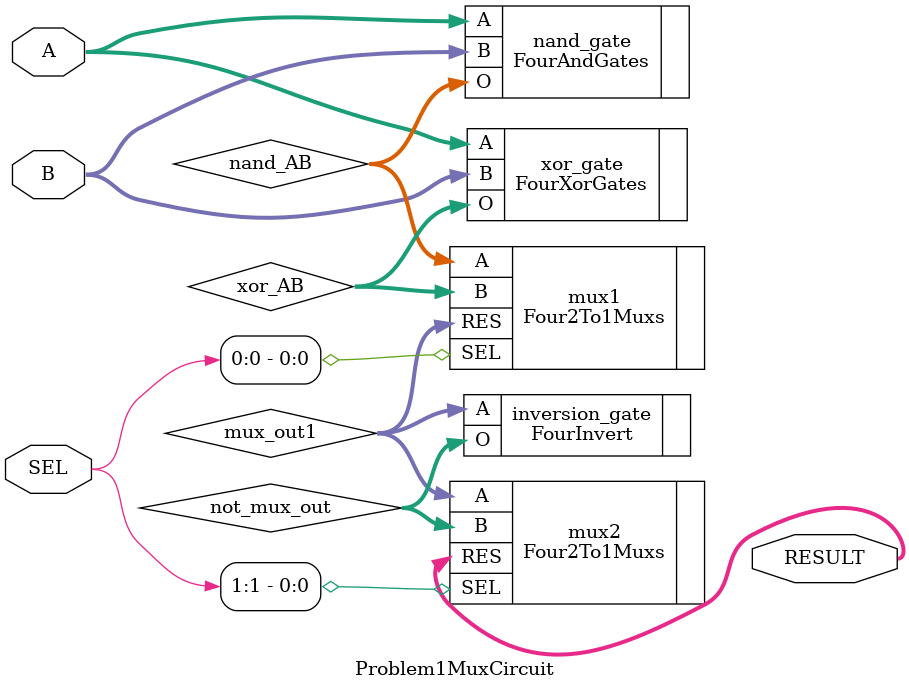
<source format=sv>
`timescale 1ns / 1ps


module Problem1MuxCircuit(
    input [3:0] A,
    input [3:0] B,
    input [1:0] SEL,
    output [3:0] RESULT
    );
    
    logic [3:0] nand_AB, xor_AB, mux_out1, not_mux_out;
    
    FourAndGates nand_gate (.A(A), .B(B), .O(nand_AB));
    FourXorGates xor_gate (.A(A), .B(B), .O(xor_AB));
    Four2To1Muxs mux1 (.A(nand_AB), .B(xor_AB), .SEL(SEL[0]), .RES(mux_out1));
    FourInvert inversion_gate (.A(mux_out1), .O(not_mux_out));
    Four2To1Muxs mux2 (.A(mux_out1), .B(not_mux_out), .SEL(SEL[1]), .RES(RESULT));
    
//    FourAndGates nandGate (.A(A), .B(B), .O(nand_AB));
endmodule

</source>
